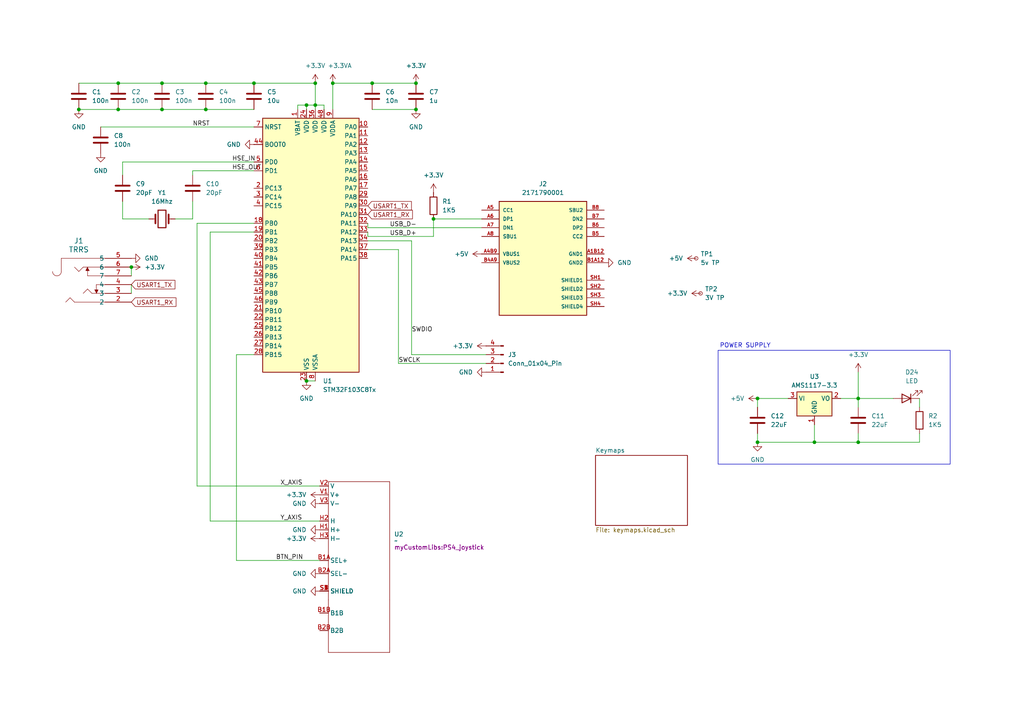
<source format=kicad_sch>
(kicad_sch (version 20231120) (generator "eeschema") (generator_version "8.0")
  (paper "A4")
  (lib_symbols
    (symbol "2024-10-08_17-42-46:PJ-342B-TX-SMT" (pin_names (offset 0.254))
      (property "Reference" "J" (at -10.16 7.62 0))
      (property "Value" "PJ-342B-TX-SMT" (at -10.16 5.08 0))
      (symbol "PJ-342B-TX-SMT_0_1"
        (arc (start -22.86 -3.81) (mid -21.59 -5.0744) (end -20.32 -3.81) (stroke (width 0.127)))
        (polyline (pts (xy -20.32 0) (xy -20.32 -3.81)) (stroke (width 0.127)))
        (polyline (pts (xy -17.78 -11.43) (xy -19.05 -12.7)) (stroke (width 0.127)))
        (polyline (pts (xy -16.51 -12.7) (xy -17.78 -11.43)) (stroke (width 0.127)))
        (polyline (pts (xy -15.24 -3.81) (xy -16.51 -2.54)) (stroke (width 0.127)))
        (polyline (pts (xy -13.97 -2.54) (xy -15.24 -3.81)) (stroke (width 0.127)))
        (polyline (pts (xy -12.7 -8.89) (xy -13.97 -10.16)) (stroke (width 0.127)))
        (polyline (pts (xy -12.7 -5.08) (xy -7.62 -5.08)) (stroke (width 0.127)))
        (polyline (pts (xy -12.7 -3.556) (xy -12.7 -5.08)) (stroke (width 0.127)))
        (polyline (pts (xy -11.43 -10.16) (xy -12.7 -8.89)) (stroke (width 0.127)))
        (polyline (pts (xy -10.16 -9.144) (xy -10.16 -7.62)) (stroke (width 0.127)))
        (polyline (pts (xy -10.16 -7.62) (xy -7.62 -7.62)) (stroke (width 0.127)))
        (polyline (pts (xy -7.62 -12.7) (xy -16.51 -12.7)) (stroke (width 0.127)))
        (polyline (pts (xy -7.62 -10.16) (xy -11.43 -10.16)) (stroke (width 0.127)))
        (polyline (pts (xy -7.62 -2.54) (xy -13.97 -2.54)) (stroke (width 0.127)))
        (polyline (pts (xy -7.62 0) (xy -20.32 0)) (stroke (width 0.127)))
        (polyline (pts (xy -12.7 -2.54) (xy -13.208 -3.556) (xy -12.192 -3.556)) (fill (type outline)))
        (polyline (pts (xy -10.16 -10.16) (xy -9.652 -9.144) (xy -10.668 -9.144)) (fill (type outline)))
        (pin unspecified line (at 0 -12.7 180) (length 7.62) (name "2") (number "2"))
        (pin unspecified line (at 0 -10.16 180) (length 7.62) (name "3") (number "3"))
        (pin unspecified line (at 0 -7.62 180) (length 7.62) (name "4") (number "4"))
        (pin unspecified line (at 0 0 180) (length 7.62) (name "5") (number "5"))
        (pin unspecified line (at 0 -2.54 180) (length 7.62) (name "6") (number "6"))
        (pin unspecified line (at 0 -5.08 180) (length 7.62) (name "7") (number "7"))
      )
    )
    (symbol "Connector:Conn_01x04_Pin" (pin_names (offset 1.016) hide)
      (property "Reference" "J" (at 0 5.08 0))
      (property "Value" "Conn_01x04_Pin" (at 0 -7.62 0))
      (symbol "Conn_01x04_Pin_1_1"
        (polyline (pts (xy 1.27 -5.08) (xy 0.8636 -5.08)) (stroke (width 0.1524)))
        (polyline (pts (xy 1.27 -2.54) (xy 0.8636 -2.54)) (stroke (width 0.1524)))
        (polyline (pts (xy 1.27 0) (xy 0.8636 0)) (stroke (width 0.1524)))
        (polyline (pts (xy 1.27 2.54) (xy 0.8636 2.54)) (stroke (width 0.1524)))
        (rectangle (start 0.8636 -4.953) (end 0 -5.207) (stroke (width 0.1524)) (fill (type outline)))
        (rectangle (start 0.8636 -2.413) (end 0 -2.667) (stroke (width 0.1524)) (fill (type outline)))
        (rectangle (start 0.8636 0.127) (end 0 -0.127) (stroke (width 0.1524)) (fill (type outline)))
        (rectangle (start 0.8636 2.667) (end 0 2.413) (stroke (width 0.1524)) (fill (type outline)))
        (pin passive line (at 5.08 2.54 180) (length 3.81) (name "Pin_1") (number "1"))
        (pin passive line (at 5.08 0 180) (length 3.81) (name "Pin_2") (number "2"))
        (pin passive line (at 5.08 -2.54 180) (length 3.81) (name "Pin_3") (number "3"))
        (pin passive line (at 5.08 -5.08 180) (length 3.81) (name "Pin_4") (number "4"))
      )
    )
    (symbol "Connector:TestPoint_Small" (pin_numbers hide) (pin_names (offset 0.762) hide)
      (property "Reference" "TP" (at 0 3.81 0))
      (property "Value" "TestPoint_Small" (at 0 2.032 0))
      (symbol "TestPoint_Small_0_1"
        (circle (center 0 0) (radius 0.508))
      )
      (symbol "TestPoint_Small_1_1"
        (pin passive line (at 0 0 90) (length 0) (name "1") (number "1"))
      )
    )
    (symbol "Device:C" (pin_numbers hide) (pin_names (offset 0.254))
      (property "Reference" "C" (at 0.635 2.54 0))
      (property "Value" "C" (at 0.635 -2.54 0))
      (symbol "C_0_1"
        (polyline (pts (xy -2.032 -0.762) (xy 2.032 -0.762)) (stroke (width 0.508)))
        (polyline (pts (xy -2.032 0.762) (xy 2.032 0.762)) (stroke (width 0.508)))
      )
      (symbol "C_1_1"
        (pin passive line (at 0 3.81 270) (length 2.794) (name "~") (number "1"))
        (pin passive line (at 0 -3.81 90) (length 2.794) (name "~") (number "2"))
      )
    )
    (symbol "Device:Crystal" (pin_numbers hide) (pin_names (offset 1.016) hide)
      (property "Reference" "Y" (at 0 3.81 0))
      (property "Value" "Crystal" (at 0 -3.81 0))
      (symbol "Crystal_0_1"
        (rectangle (start -1.143 2.54) (end 1.143 -2.54) (stroke (width 0.3048)))
        (polyline (pts (xy -2.54 0) (xy -1.905 0)))
        (polyline (pts (xy -1.905 -1.27) (xy -1.905 1.27)) (stroke (width 0.508)))
        (polyline (pts (xy 1.905 -1.27) (xy 1.905 1.27)) (stroke (width 0.508)))
        (polyline (pts (xy 2.54 0) (xy 1.905 0)))
      )
      (symbol "Crystal_1_1"
        (pin passive line (at -3.81 0 0) (length 1.27) (name "1") (number "1"))
        (pin passive line (at 3.81 0 180) (length 1.27) (name "2") (number "2"))
      )
    )
    (symbol "Device:LED" (pin_numbers hide) (pin_names (offset 1.016) hide)
      (property "Reference" "D" (at 0 2.54 0))
      (property "Value" "LED" (at 0 -2.54 0))
      (symbol "LED_0_1"
        (polyline (pts (xy -1.27 -1.27) (xy -1.27 1.27)) (stroke (width 0.254)))
        (polyline (pts (xy -1.27 0) (xy 1.27 0)))
        (polyline (pts (xy 1.27 -1.27) (xy 1.27 1.27) (xy -1.27 0) (xy 1.27 -1.27)) (stroke (width 0.254)))
        (polyline (pts (xy -3.048 -0.762) (xy -4.572 -2.286) (xy -3.81 -2.286) (xy -4.572 -2.286) (xy -4.572 -1.524)))
        (polyline (pts (xy -1.778 -0.762) (xy -3.302 -2.286) (xy -2.54 -2.286) (xy -3.302 -2.286) (xy -3.302 -1.524)))
      )
      (symbol "LED_1_1"
        (pin passive line (at -3.81 0 0) (length 2.54) (name "K") (number "1"))
        (pin passive line (at 3.81 0 180) (length 2.54) (name "A") (number "2"))
      )
    )
    (symbol "Device:R" (pin_numbers hide) (pin_names (offset 0))
      (property "Reference" "R" (at 2.032 0 90))
      (property "Value" "R" (at 0 0 90))
      (symbol "R_0_1"
        (rectangle (start -1.016 -2.54) (end 1.016 2.54) (stroke (width 0.254)))
      )
      (symbol "R_1_1"
        (pin passive line (at 0 3.81 270) (length 1.27) (name "~") (number "1"))
        (pin passive line (at 0 -3.81 90) (length 1.27) (name "~") (number "2"))
      )
    )
    (symbol "MCU_ST_STM32F1:STM32F103C8Tx"
      (property "Reference" "U" (at -12.7 39.37 0))
      (property "Value" "STM32F103C8Tx" (at 10.16 39.37 0))
      (symbol "STM32F103C8Tx_0_1"
        (rectangle (start -12.7 -35.56) (end 15.24 38.1) (stroke (width 0.254)) (fill (type background)))
      )
      (symbol "STM32F103C8Tx_1_1"
        (pin power_in line (at -2.54 40.64 270) (length 2.54) (name "VBAT") (number "1"))
        (pin bidirectional line (at 17.78 35.56 180) (length 2.54) (name "PA0") (number "10"))
        (pin bidirectional line (at 17.78 33.02 180) (length 2.54) (name "PA1") (number "11"))
        (pin bidirectional line (at 17.78 30.48 180) (length 2.54) (name "PA2") (number "12"))
        (pin bidirectional line (at 17.78 27.94 180) (length 2.54) (name "PA3") (number "13"))
        (pin bidirectional line (at 17.78 25.4 180) (length 2.54) (name "PA4") (number "14"))
        (pin bidirectional line (at 17.78 22.86 180) (length 2.54) (name "PA5") (number "15"))
        (pin bidirectional line (at 17.78 20.32 180) (length 2.54) (name "PA6") (number "16"))
        (pin bidirectional line (at 17.78 17.78 180) (length 2.54) (name "PA7") (number "17"))
        (pin bidirectional line (at -15.24 7.62 0) (length 2.54) (name "PB0") (number "18"))
        (pin bidirectional line (at -15.24 5.08 0) (length 2.54) (name "PB1") (number "19"))
        (pin bidirectional line (at -15.24 17.78 0) (length 2.54) (name "PC13") (number "2"))
        (pin bidirectional line (at -15.24 2.54 0) (length 2.54) (name "PB2") (number "20"))
        (pin bidirectional line (at -15.24 -17.78 0) (length 2.54) (name "PB10") (number "21"))
        (pin bidirectional line (at -15.24 -20.32 0) (length 2.54) (name "PB11") (number "22"))
        (pin power_in line (at 0 -38.1 90) (length 2.54) (name "VSS") (number "23"))
        (pin power_in line (at 0 40.64 270) (length 2.54) (name "VDD") (number "24"))
        (pin bidirectional line (at -15.24 -22.86 0) (length 2.54) (name "PB12") (number "25"))
        (pin bidirectional line (at -15.24 -25.4 0) (length 2.54) (name "PB13") (number "26"))
        (pin bidirectional line (at -15.24 -27.94 0) (length 2.54) (name "PB14") (number "27"))
        (pin bidirectional line (at -15.24 -30.48 0) (length 2.54) (name "PB15") (number "28"))
        (pin bidirectional line (at 17.78 15.24 180) (length 2.54) (name "PA8") (number "29"))
        (pin bidirectional line (at -15.24 15.24 0) (length 2.54) (name "PC14") (number "3"))
        (pin bidirectional line (at 17.78 12.7 180) (length 2.54) (name "PA9") (number "30"))
        (pin bidirectional line (at 17.78 10.16 180) (length 2.54) (name "PA10") (number "31"))
        (pin bidirectional line (at 17.78 7.62 180) (length 2.54) (name "PA11") (number "32"))
        (pin bidirectional line (at 17.78 5.08 180) (length 2.54) (name "PA12") (number "33"))
        (pin bidirectional line (at 17.78 2.54 180) (length 2.54) (name "PA13") (number "34"))
        (pin passive line (at 0 -38.1 90) (length 2.54) hide (name "VSS") (number "35"))
        (pin power_in line (at 2.54 40.64 270) (length 2.54) (name "VDD") (number "36"))
        (pin bidirectional line (at 17.78 0 180) (length 2.54) (name "PA14") (number "37"))
        (pin bidirectional line (at 17.78 -2.54 180) (length 2.54) (name "PA15") (number "38"))
        (pin bidirectional line (at -15.24 0 0) (length 2.54) (name "PB3") (number "39"))
        (pin bidirectional line (at -15.24 12.7 0) (length 2.54) (name "PC15") (number "4"))
        (pin bidirectional line (at -15.24 -2.54 0) (length 2.54) (name "PB4") (number "40"))
        (pin bidirectional line (at -15.24 -5.08 0) (length 2.54) (name "PB5") (number "41"))
        (pin bidirectional line (at -15.24 -7.62 0) (length 2.54) (name "PB6") (number "42"))
        (pin bidirectional line (at -15.24 -10.16 0) (length 2.54) (name "PB7") (number "43"))
        (pin input line (at -15.24 30.48 0) (length 2.54) (name "BOOT0") (number "44"))
        (pin bidirectional line (at -15.24 -12.7 0) (length 2.54) (name "PB8") (number "45"))
        (pin bidirectional line (at -15.24 -15.24 0) (length 2.54) (name "PB9") (number "46"))
        (pin passive line (at 0 -38.1 90) (length 2.54) hide (name "VSS") (number "47"))
        (pin power_in line (at 5.08 40.64 270) (length 2.54) (name "VDD") (number "48"))
        (pin bidirectional line (at -15.24 25.4 0) (length 2.54) (name "PD0") (number "5"))
        (pin bidirectional line (at -15.24 22.86 0) (length 2.54) (name "PD1") (number "6"))
        (pin input line (at -15.24 35.56 0) (length 2.54) (name "NRST") (number "7"))
        (pin power_in line (at 2.54 -38.1 90) (length 2.54) (name "VSSA") (number "8"))
        (pin power_in line (at 7.62 40.64 270) (length 2.54) (name "VDDA") (number "9"))
      )
    )
    (symbol "Regulator_Linear:AMS1117-3.3"
      (property "Reference" "U" (at -3.81 3.175 0))
      (property "Value" "AMS1117-3.3" (at 0 3.175 0))
      (symbol "AMS1117-3.3_0_1"
        (rectangle (start -5.08 -5.08) (end 5.08 1.905) (stroke (width 0.254)) (fill (type background)))
      )
      (symbol "AMS1117-3.3_1_1"
        (pin power_in line (at 0 -7.62 90) (length 2.54) (name "GND") (number "1"))
        (pin power_out line (at 7.62 0 180) (length 2.54) (name "VO") (number "2"))
        (pin power_in line (at -7.62 0 0) (length 2.54) (name "VI") (number "3"))
      )
    )
    (symbol "myCustomLibs:2171790001" (pin_names (offset 1.016))
      (property "Reference" "J" (at -12.7 16.002 0))
      (property "Value" "2171790001" (at -12.7 -18.542 0))
      (symbol "2171790001_0_0"
        (rectangle (start -12.7 15.24) (end 12.7 -17.78) (stroke (width 0.254)) (fill (type background)))
        (pin power_in line (at 17.78 0 180) (length 5.08) (name "GND1") (number "A1B12"))
        (pin power_in line (at -17.78 0 0) (length 5.08) (name "VBUS1") (number "A4B9"))
        (pin bidirectional line (at -17.78 12.7 0) (length 5.08) (name "CC1") (number "A5"))
        (pin bidirectional line (at -17.78 10.16 0) (length 5.08) (name "DP1") (number "A6"))
        (pin bidirectional line (at -17.78 7.62 0) (length 5.08) (name "DN1") (number "A7"))
        (pin bidirectional line (at -17.78 5.08 0) (length 5.08) (name "SBU1") (number "A8"))
        (pin power_in line (at 17.78 -2.54 180) (length 5.08) (name "GND2") (number "B1A12"))
        (pin power_in line (at -17.78 -2.54 0) (length 5.08) (name "VBUS2") (number "B4A9"))
        (pin bidirectional line (at 17.78 5.08 180) (length 5.08) (name "CC2") (number "B5"))
        (pin bidirectional line (at 17.78 7.62 180) (length 5.08) (name "DP2") (number "B6"))
        (pin bidirectional line (at 17.78 10.16 180) (length 5.08) (name "DN2") (number "B7"))
        (pin bidirectional line (at 17.78 12.7 180) (length 5.08) (name "SBU2") (number "B8"))
        (pin passive line (at 17.78 -7.62 180) (length 5.08) (name "SHIELD1") (number "SH1"))
        (pin passive line (at 17.78 -10.16 180) (length 5.08) (name "SHIELD2") (number "SH2"))
        (pin passive line (at 17.78 -12.7 180) (length 5.08) (name "SHIELD3") (number "SH3"))
        (pin passive line (at 17.78 -15.24 180) (length 5.08) (name "SHIELD4") (number "SH4"))
      )
    )
    (symbol "myCustomLibs:PS4_JOYSTICK"
      (property "Reference" "U2" (at 10.16 1.2701 0))
      (property "Value" "~" (at 10.16 -0.635 0))
      (property "Footprint" "myCustomLibs:PS4_joystick" (at 10.16 -2.5399 0))
      (symbol "PS4_JOYSTICK_0_1"
        (rectangle (start -8.89 -33.02) (end 8.89 -33.02))
        (rectangle (start -8.89 -17.78) (end -8.89 -33.02))
        (rectangle (start -8.89 -13.97) (end -8.89 -17.78))
        (rectangle (start -8.89 -6.35) (end -8.89 -13.97))
        (rectangle (start -8.89 5.08) (end -8.89 -6.35))
        (rectangle (start -8.89 5.08) (end -8.89 16.51))
        (rectangle (start -8.89 16.51) (end 8.89 16.51))
        (rectangle (start 8.89 -31.75) (end 8.89 -33.02))
        (rectangle (start 8.89 -17.78) (end 8.89 -31.75))
        (rectangle (start 8.89 16.51) (end 8.89 -17.78))
      )
      (symbol "PS4_JOYSTICK_1_1"
        (pin input line (at -11.43 -6.35 0) (length 2.54) (name "SEL+") (number "B1A"))
        (pin input line (at -11.43 -21.59 0) (length 2.54) (name "B1B") (number "B1B"))
        (pin input line (at -11.43 -10.16 0) (length 2.54) (name "SEL-") (number "B2A"))
        (pin input line (at -11.43 -26.67 0) (length 2.54) (name "B2B") (number "B2B"))
        (pin input line (at -11.43 2.54 0) (length 2.54) (name "H+") (number "H1"))
        (pin input line (at -11.43 5.08 0) (length 2.54) (name "H") (number "H2"))
        (pin input line (at -11.43 0 0) (length 2.54) (name "H-") (number "H3"))
        (pin input line (at -11.43 -15.24 0) (length 2.54) (name "SHIELD") (number "S1"))
        (pin input line (at -11.43 -15.24 0) (length 2.54) (name "SHIELD") (number "S2"))
        (pin input line (at -11.43 -15.24 0) (length 2.54) (name "SHIELD") (number "S3"))
        (pin input line (at -11.43 -15.24 0) (length 2.54) (name "SHIELD") (number "S4"))
        (pin input line (at -11.43 12.7 0) (length 2.54) (name "V+") (number "V1"))
        (pin input line (at -11.43 15.24 0) (length 2.54) (name "V") (number "V2"))
        (pin input line (at -11.43 10.16 0) (length 2.54) (name "V-") (number "V3"))
      )
    )
    (symbol "power:+3.3V" (power) (pin_numbers hide) (pin_names (offset 0) hide)
      (property "Value" "+3.3V" (at 0 3.556 0))
      (symbol "+3.3V_0_1"
        (polyline (pts (xy -0.762 1.27) (xy 0 2.54)))
        (polyline (pts (xy 0 0) (xy 0 2.54)))
        (polyline (pts (xy 0 2.54) (xy 0.762 1.27)))
      )
      (symbol "+3.3V_1_1"
        (pin power_in line (at 0 0 90) (length 0) (name "~") (number "1"))
      )
    )
    (symbol "power:+3.3VA" (power) (pin_numbers hide) (pin_names (offset 0) hide)
      (property "Value" "+3.3VA" (at 0 3.556 0))
      (symbol "+3.3VA_0_1"
        (polyline (pts (xy -0.762 1.27) (xy 0 2.54)))
        (polyline (pts (xy 0 0) (xy 0 2.54)))
        (polyline (pts (xy 0 2.54) (xy 0.762 1.27)))
      )
      (symbol "+3.3VA_1_1"
        (pin power_in line (at 0 0 90) (length 0) (name "~") (number "1"))
      )
    )
    (symbol "power:+5V" (power) (pin_numbers hide) (pin_names (offset 0) hide)
      (property "Value" "+5V" (at 0 3.556 0))
      (symbol "+5V_0_1"
        (polyline (pts (xy -0.762 1.27) (xy 0 2.54)))
        (polyline (pts (xy 0 0) (xy 0 2.54)))
        (polyline (pts (xy 0 2.54) (xy 0.762 1.27)))
      )
      (symbol "+5V_1_1"
        (pin power_in line (at 0 0 90) (length 0) (name "~") (number "1"))
      )
    )
    (symbol "power:GND" (power) (pin_numbers hide) (pin_names (offset 0) hide)
      (property "Value" "GND" (at 0 -3.81 0))
      (symbol "GND_0_1"
        (polyline (pts (xy 0 0) (xy 0 -1.27) (xy 1.27 -1.27) (xy 0 -2.54) (xy -1.27 -1.27) (xy 0 -1.27)))
      )
      (symbol "GND_1_1"
        (pin power_in line (at 0 0 270) (length 0) (name "~") (number "1"))
      )
    )
  )
  (junction (at 38.1 77.47))
  (junction (at 91.44 24.13))
  (junction (at 73.66 24.13))
  (junction (at 219.71 115.57))
  (junction (at 96.52 24.13))
  (junction (at 88.9 30.48))
  (junction (at 120.65 24.13))
  (junction (at 59.69 31.75))
  (junction (at 59.69 24.13))
  (junction (at 88.9 110.49))
  (junction (at 107.95 24.13))
  (junction (at 34.29 31.75))
  (junction (at 46.99 31.75))
  (junction (at 46.99 24.13))
  (junction (at 34.29 24.13))
  (junction (at 22.86 31.75))
  (junction (at 91.44 30.48))
  (junction (at 120.65 31.75))
  (junction (at 236.22 128.27))
  (junction (at 248.92 115.57))
  (junction (at 125.73 63.5))
  (junction (at 219.71 128.27))
  (junction (at 248.92 128.27))
  (wire (pts (xy 96.52 24.13) (xy 96.52 31.75)))
  (wire (pts (xy 248.92 125.73) (xy 248.92 128.27)))
  (wire (pts (xy 57.15 64.77) (xy 57.15 140.97)))
  (wire (pts (xy 73.66 102.87) (xy 68.58 102.87)))
  (wire (pts (xy 68.58 162.56) (xy 92.71 162.56)))
  (wire (pts (xy 248.92 115.57) (xy 259.08 115.57)))
  (wire (pts (xy 22.86 24.13) (xy 34.29 24.13)))
  (wire (pts (xy 219.71 118.11) (xy 219.71 115.57)))
  (wire (pts (xy 57.15 64.77) (xy 73.66 64.77)))
  (wire (pts (xy 34.29 24.13) (xy 46.99 24.13)))
  (wire (pts (xy 29.21 36.83) (xy 73.66 36.83)))
  (wire (pts (xy 55.88 63.5) (xy 50.8 63.5)))
  (wire (pts (xy 46.99 31.75) (xy 59.69 31.75)))
  (wire (pts (xy 219.71 115.57) (xy 228.6 115.57)))
  (wire (pts (xy 86.36 30.48) (xy 86.36 31.75)))
  (wire (pts (xy 107.95 24.13) (xy 120.65 24.13)))
  (wire (pts (xy 248.92 118.11) (xy 248.92 115.57)))
  (wire (pts (xy 88.9 30.48) (xy 86.36 30.48)))
  (wire (pts (xy 68.58 102.87) (xy 68.58 162.56)))
  (wire (pts (xy 248.92 107.95) (xy 248.92 115.57)))
  (wire (pts (xy 46.99 24.13) (xy 59.69 24.13)))
  (wire (pts (xy 119.38 69.85) (xy 119.38 102.87)))
  (wire (pts (xy 22.86 31.75) (xy 34.29 31.75)))
  (wire (pts (xy 60.96 151.13) (xy 92.71 151.13)))
  (wire (pts (xy 55.88 58.42) (xy 55.88 63.5)))
  (wire (pts (xy 266.7 128.27) (xy 248.92 128.27)))
  (wire (pts (xy 59.69 24.13) (xy 73.66 24.13)))
  (wire (pts (xy 106.68 68.58) (xy 106.68 67.31)))
  (wire (pts (xy 91.44 30.48) (xy 91.44 31.75)))
  (wire (pts (xy 55.88 49.53) (xy 55.88 50.8)))
  (wire (pts (xy 57.15 140.97) (xy 92.71 140.97)))
  (wire (pts (xy 248.92 115.57) (xy 243.84 115.57)))
  (wire (pts (xy 35.56 46.99) (xy 35.56 50.8)))
  (wire (pts (xy 119.38 102.87) (xy 140.97 102.87)))
  (wire (pts (xy 88.9 110.49) (xy 91.44 110.49)))
  (wire (pts (xy 38.1 77.47) (xy 38.1 80.01)))
  (wire (pts (xy 35.56 58.42) (xy 35.56 63.5)))
  (wire (pts (xy 125.73 68.58) (xy 125.73 63.5)))
  (wire (pts (xy 106.68 68.58) (xy 125.73 68.58)))
  (wire (pts (xy 106.68 66.04) (xy 139.7 66.04)))
  (wire (pts (xy 115.57 105.41) (xy 140.97 105.41)))
  (wire (pts (xy 91.44 30.48) (xy 93.98 30.48)))
  (wire (pts (xy 34.29 31.75) (xy 46.99 31.75)))
  (wire (pts (xy 35.56 46.99) (xy 73.66 46.99)))
  (wire (pts (xy 55.88 49.53) (xy 73.66 49.53)))
  (wire (pts (xy 236.22 123.19) (xy 236.22 128.27)))
  (wire (pts (xy 106.68 66.04) (xy 106.68 64.77)))
  (wire (pts (xy 107.95 31.75) (xy 120.65 31.75)))
  (wire (pts (xy 106.68 69.85) (xy 119.38 69.85)))
  (wire (pts (xy 91.44 24.13) (xy 73.66 24.13)))
  (wire (pts (xy 125.73 63.5) (xy 139.7 63.5)))
  (wire (pts (xy 38.1 82.55) (xy 38.1 85.09)))
  (wire (pts (xy 266.7 125.73) (xy 266.7 128.27)))
  (wire (pts (xy 91.44 24.13) (xy 91.44 30.48)))
  (wire (pts (xy 106.68 72.39) (xy 115.57 72.39)))
  (wire (pts (xy 236.22 128.27) (xy 248.92 128.27)))
  (wire (pts (xy 219.71 125.73) (xy 219.71 128.27)))
  (wire (pts (xy 96.52 24.13) (xy 107.95 24.13)))
  (wire (pts (xy 115.57 72.39) (xy 115.57 105.41)))
  (wire (pts (xy 266.7 115.57) (xy 266.7 118.11)))
  (wire (pts (xy 59.69 31.75) (xy 73.66 31.75)))
  (wire (pts (xy 91.44 30.48) (xy 88.9 30.48)))
  (wire (pts (xy 219.71 128.27) (xy 236.22 128.27)))
  (wire (pts (xy 60.96 67.31) (xy 73.66 67.31)))
  (wire (pts (xy 93.98 30.48) (xy 93.98 31.75)))
  (wire (pts (xy 35.56 63.5) (xy 43.18 63.5)))
  (wire (pts (xy 60.96 151.13) (xy 60.96 67.31)))
  (wire (pts (xy 88.9 30.48) (xy 88.9 31.75)))
  (rectangle (start 208.28 101.6) (end 275.59 134.62))
  (text "POWER SUPPLY\n" (at 216.154 100.33 0) (effects (font (size 1.27 1.27))))
  (label "HSE_IN" (at 67.31 46.99 0))
  (label "HSE_OUT" (at 67.31 49.53 0))
  (label "SWDIO" (at 119.38 96.52 0))
  (label "X_AXIS" (at 81.28 140.97 0))
  (label "BTN_PIN" (at 80.01 162.56 0))
  (label "NRST" (at 55.88 36.83 0))
  (label "USB_D+" (at 113.03 68.58 0))
  (label "USB_D-" (at 113.03 66.04 0))
  (label "Y_AXIS" (at 81.28 151.13 0))
  (label "SWCLK" (at 115.57 105.41 0))
  (global_label "USART1_RX" (shape input) (at 38.1 87.63 0) (property "Intersheetrefs" "${INTERSHEET_REFS}" (effects (hide yes))))
  (global_label "USART1_RX" (shape input) (at 106.68 62.23 0) (property "Intersheetrefs" "${INTERSHEET_REFS}" (effects (hide yes))))
  (global_label "USART1_TX" (shape input) (at 106.68 59.69 0) (property "Intersheetrefs" "${INTERSHEET_REFS}" (effects (hide yes))))
  (global_label "USART1_TX" (shape input) (at 38.1 82.55 0) (property "Intersheetrefs" "${INTERSHEET_REFS}" (effects (hide yes))))
  (symbol (lib_id "Device:R") (at 125.73 59.69 0) (unit 1)
    (property "Reference" "R1" (at 128.27 58.4199 0) (effects (justify left)))
    (property "Value" "1K5" (at 128.27 60.9599 0) (effects (justify left)))
    (property "Description" "Resistor" (effects (hide yes)))
  )
  (symbol (lib_id "power:+3.3V") (at 125.73 55.88 0) (unit 1)
    (property "Reference" "#PWR016" (effects (hide yes)))
    (property "Value" "+3.3V" (at 125.73 50.8 0))
    (property "Description" "Power symbol creates a global label with name \"+3.3V\"" (effects (hide yes)))
  )
  (symbol (lib_id "power:+3.3V") (at 91.44 24.13 0) (unit 1)
    (property "Reference" "#PWR04" (effects (hide yes)))
    (property "Value" "+3.3V" (at 91.44 19.05 0))
    (property "Description" "Power symbol creates a global label with name \"+3.3V\"" (effects (hide yes)))
  )
  (symbol (lib_id "Device:C") (at 29.21 40.64 0) (unit 1)
    (property "Reference" "C8" (at 33.02 39.3699 0) (effects (justify left)))
    (property "Value" "100n" (at 33.02 41.9099 0) (effects (justify left)))
    (property "Description" "Unpolarized capacitor" (effects (hide yes)))
  )
  (symbol (lib_id "power:+5V") (at 139.7 73.66 90) (unit 1)
    (property "Reference" "#PWR03" (effects (hide yes)))
    (property "Value" "+5V" (at 135.89 73.6599 90) (effects (justify left)))
    (property "Description" "Power symbol creates a global label with name \"+5V\"" (effects (hide yes)))
  )
  (symbol (lib_id "Device:C") (at 107.95 27.94 0) (unit 1)
    (property "Reference" "C6" (at 111.76 26.6699 0) (effects (justify left)))
    (property "Value" "10n" (at 111.76 29.2099 0) (effects (justify left)))
    (property "Description" "Unpolarized capacitor" (effects (hide yes)))
  )
  (symbol (lib_id "Device:C") (at 35.56 54.61 0) (unit 1)
    (property "Reference" "C9" (at 39.37 53.3399 0) (effects (justify left)))
    (property "Value" "20pF" (at 39.37 55.8799 0) (effects (justify left)))
    (property "Description" "Unpolarized capacitor" (effects (hide yes)))
  )
  (symbol (lib_id "Device:R") (at 266.7 121.92 0) (unit 1)
    (property "Reference" "R2" (at 269.24 120.6499 0) (effects (justify left)))
    (property "Value" "1K5" (at 269.24 123.1899 0) (effects (justify left)))
    (property "Description" "Resistor" (effects (hide yes)))
  )
  (symbol (lib_id "Device:C") (at 22.86 27.94 0) (unit 1)
    (property "Reference" "C1" (at 26.67 26.6699 0) (effects (justify left)))
    (property "Value" "100n" (at 26.67 29.2099 0) (effects (justify left)))
    (property "Description" "Unpolarized capacitor" (effects (hide yes)))
  )
  (symbol (lib_id "power:+3.3V") (at 92.71 143.51 90) (unit 1)
    (property "Reference" "#PWR022" (effects (hide yes)))
    (property "Value" "+3.3V" (at 88.9 143.5099 90) (effects (justify left)))
    (property "Description" "Power symbol creates a global label with name \"+3.3V\"" (effects (hide yes)))
  )
  (symbol (lib_id "power:+3.3V") (at 203.2 85.09 90) (unit 1)
    (property "Reference" "#PWR013" (effects (hide yes)))
    (property "Value" "+3.3V" (at 199.39 85.0899 90) (effects (justify left)))
    (property "Description" "Power symbol creates a global label with name \"+3.3V\"" (effects (hide yes)))
  )
  (symbol (lib_id "Device:C") (at 219.71 121.92 180) (unit 1)
    (property "Reference" "C12" (at 223.52 120.6499 0) (effects (justify right)))
    (property "Value" "22uF" (at 223.52 123.1899 0) (effects (justify right)))
    (property "Description" "Unpolarized capacitor" (effects (hide yes)))
  )
  (symbol (lib_id "power:GND") (at 140.97 107.95 270) (unit 1)
    (property "Reference" "#PWR018" (effects (hide yes)))
    (property "Value" "GND" (at 137.16 107.9499 90) (effects (justify right)))
    (property "Description" "Power symbol creates a global label with name \"GND\" , ground" (effects (hide yes)))
  )
  (symbol (lib_id "Device:Crystal") (at 46.99 63.5 0) (unit 1)
    (property "Reference" "Y1" (at 46.99 55.88 0))
    (property "Value" "16Mhz" (at 46.99 58.42 0))
    (property "Description" "Two pin crystal" (effects (hide yes)))
  )
  (symbol (lib_id "Connector:Conn_01x04_Pin") (at 146.05 105.41 180) (unit 1)
    (property "Reference" "J3" (at 147.32 102.8699 0) (effects (justify right)))
    (property "Value" "Conn_01x04_Pin" (at 147.32 105.4099 0) (effects (justify right)))
    (property "Footprint" "Connector_JST:JST_XH_B4B-XH-A_1x04_P2.50mm_Vertical" (effects (hide yes)))
    (property "Description" "Generic connector, single row, 01x04, script generated" (effects (hide yes)))
  )
  (symbol (lib_id "power:GND") (at 175.26 76.2 90) (unit 1)
    (property "Reference" "#PWR01" (effects (hide yes)))
    (property "Value" "GND" (at 179.07 76.1999 90) (effects (justify right)))
    (property "Description" "Power symbol creates a global label with name \"GND\" , ground" (effects (hide yes)))
  )
  (symbol (lib_id "Device:C") (at 73.66 27.94 0) (unit 1)
    (property "Reference" "C5" (at 77.47 26.6699 0) (effects (justify left)))
    (property "Value" "10u" (at 77.47 29.2099 0) (effects (justify left)))
    (property "Description" "Unpolarized capacitor" (effects (hide yes)))
  )
  (symbol (lib_id "Device:C") (at 34.29 27.94 0) (unit 1)
    (property "Reference" "C2" (at 38.1 26.6699 0) (effects (justify left)))
    (property "Value" "100n" (at 38.1 29.2099 0) (effects (justify left)))
    (property "Description" "Unpolarized capacitor" (effects (hide yes)))
  )
  (symbol (lib_id "myCustomLibs:2171790001") (at 157.48 73.66 0) (unit 1)
    (property "Reference" "J2" (at 157.48 53.34 0))
    (property "Value" "2171790001" (at 157.48 55.88 0))
    (property "Footprint" "myCustomLibs:MOLEX_2171790001" (effects (hide yes)))
    (property "MF" "Molex" (effects (hide yes)))
    (property "MAXIMUM_PACKAGE_HEIGHT" "3.16 mm" (effects (hide yes)))
    (property "Package" "None" (effects (hide yes)))
    (property "Price" "None" (effects (hide yes)))
    (property "Check_prices" "https://www.snapeda.com/parts/217179-0001/Molex/view-part/?ref=eda" (effects (hide yes)))
    (property "STANDARD" "Manufacturer Recommendations" (effects (hide yes)))
    (property "PARTREV" "A1" (effects (hide yes)))
    (property "SnapEDA_Link" "https://www.snapeda.com/parts/217179-0001/Molex/view-part/?ref=snap" (effects (hide yes)))
    (property "MP" "217179-0001" (effects (hide yes)))
    (property "Purchase-URL" "https://www.snapeda.com/api/url_track_click_mouser/?unipart_id=5817784&manufacturer=Molex&part_name=217179-0001&search_term=usb c 2.0 16 pin" (effects (hide yes)))
    (property "Description_1" "\nUSB Type C - Connector, Top-mount SMT, 16pos | Molex Incorporated 217179-0001\n" (effects (hide yes)))
    (property "Availability" "In Stock" (effects (hide yes)))
    (property "MANUFACTURER" "Molex" (effects (hide yes)))
  )
  (symbol (lib_id "power:+3.3V") (at 92.71 156.21 90) (unit 1)
    (property "Reference" "#PWR024" (effects (hide yes)))
    (property "Value" "+3.3V" (at 88.9 156.2099 90) (effects (justify left)))
    (property "Description" "Power symbol creates a global label with name \"+3.3V\"" (effects (hide yes)))
  )
  (symbol (lib_id "Device:LED") (at 262.89 115.57 180) (unit 1)
    (property "Reference" "D24" (at 264.4775 107.95 0))
    (property "Value" "LED" (at 264.4775 110.49 0))
    (property "Footprint" "LED_SMD:LED_0805_2012Metric" (effects (hide yes)))
    (property "Description" "Light emitting diode" (effects (hide yes)))
  )
  (symbol (lib_id "power:GND") (at 73.66 41.91 270) (unit 1)
    (property "Reference" "#PWR015" (effects (hide yes)))
    (property "Value" "GND" (at 69.85 41.9099 90) (effects (justify right)))
    (property "Description" "Power symbol creates a global label with name \"GND\" , ground" (effects (hide yes)))
  )
  (symbol (lib_id "power:GND") (at 92.71 146.05 270) (unit 1)
    (property "Reference" "#PWR019" (effects (hide yes)))
    (property "Value" "GND" (at 88.9 146.0499 90) (effects (justify right)))
    (property "Description" "Power symbol creates a global label with name \"GND\" , ground" (effects (hide yes)))
  )
  (symbol (lib_id "Device:C") (at 120.65 27.94 0) (unit 1)
    (property "Reference" "C7" (at 124.46 26.6699 0) (effects (justify left)))
    (property "Value" "1u" (at 124.46 29.2099 0) (effects (justify left)))
    (property "Description" "Unpolarized capacitor" (effects (hide yes)))
  )
  (symbol (lib_id "power:GND") (at 120.65 31.75 0) (unit 1)
    (property "Reference" "#PWR07" (effects (hide yes)))
    (property "Value" "GND" (at 120.65 36.83 0))
    (property "Description" "Power symbol creates a global label with name \"GND\" , ground" (effects (hide yes)))
  )
  (symbol (lib_id "power:GND") (at 88.9 110.49 0) (unit 1)
    (property "Reference" "#PWR02" (effects (hide yes)))
    (property "Value" "GND" (at 88.9 115.57 0))
    (property "Description" "Power symbol creates a global label with name \"GND\" , ground" (effects (hide yes)))
  )
  (symbol (lib_id "power:GND") (at 219.71 128.27 0) (unit 1)
    (property "Reference" "#PWR09" (effects (hide yes)))
    (property "Value" "GND" (at 219.71 133.35 0))
    (property "Description" "Power symbol creates a global label with name \"GND\" , ground" (effects (hide yes)))
  )
  (symbol (lib_id "power:GND") (at 38.1 74.93 90) (unit 1)
    (property "Reference" "#PWR025" (effects (hide yes)))
    (property "Value" "GND" (at 41.91 74.9299 90) (effects (justify right)))
    (property "Description" "Power symbol creates a global label with name \"GND\" , ground" (effects (hide yes)))
  )
  (symbol (lib_id "Device:C") (at 59.69 27.94 0) (unit 1)
    (property "Reference" "C4" (at 63.5 26.6699 0) (effects (justify left)))
    (property "Value" "100n" (at 63.5 29.2099 0) (effects (justify left)))
    (property "Description" "Unpolarized capacitor" (effects (hide yes)))
  )
  (symbol (lib_id "power:GND") (at 92.71 171.45 270) (unit 1)
    (property "Reference" "#PWR023" (effects (hide yes)))
    (property "Value" "GND" (at 88.9 171.4499 90) (effects (justify right)))
    (property "Description" "Power symbol creates a global label with name \"GND\" , ground" (effects (hide yes)))
  )
  (symbol (lib_id "power:GND") (at 92.71 166.37 270) (unit 1)
    (property "Reference" "#PWR021" (effects (hide yes)))
    (property "Value" "GND" (at 88.9 166.3699 90) (effects (justify right)))
    (property "Description" "Power symbol creates a global label with name \"GND\" , ground" (effects (hide yes)))
  )
  (symbol (lib_id "power:GND") (at 29.21 44.45 0) (unit 1)
    (property "Reference" "#PWR014" (effects (hide yes)))
    (property "Value" "GND" (at 29.21 49.53 0))
    (property "Description" "Power symbol creates a global label with name \"GND\" , ground" (effects (hide yes)))
  )
  (symbol (lib_id "power:+3.3V") (at 248.92 107.95 0) (unit 1)
    (property "Reference" "#PWR011" (effects (hide yes)))
    (property "Value" "+3.3V" (at 248.92 102.87 0))
    (property "Description" "Power symbol creates a global label with name \"+3.3V\"" (effects (hide yes)))
  )
  (symbol (lib_id "power:+3.3V") (at 38.1 77.47 270) (unit 1)
    (property "Reference" "#PWR026" (effects (hide yes)))
    (property "Value" "+3.3V" (at 41.91 77.4699 90) (effects (justify left)))
    (property "Description" "Power symbol creates a global label with name \"+3.3V\"" (effects (hide yes)))
  )
  (symbol (lib_id "Regulator_Linear:AMS1117-3.3") (at 236.22 115.57 0) (unit 1)
    (property "Reference" "U3" (at 236.22 109.22 0))
    (property "Value" "AMS1117-3.3" (at 236.22 111.76 0))
    (property "Footprint" "Package_TO_SOT_SMD:SOT-223-3_TabPin2" (effects (hide yes)))
    (property "Datasheet" "http://www.advanced-monolithic.com/pdf/ds1117.pdf" (effects (hide yes)))
    (property "Description" "1A Low Dropout regulator, positive, 3.3V fixed output, SOT-223" (effects (hide yes)))
  )
  (symbol (lib_id "Connector:TestPoint_Small") (at 201.93 74.93 0) (unit 1)
    (property "Reference" "TP1" (at 203.2 73.6599 0) (effects (justify left)))
    (property "Value" "5v TP" (at 203.2 76.1999 0) (effects (justify left)))
    (property "Footprint" "TestPoint:TestPoint_Pad_1.0x1.0mm" (effects (hide yes)))
    (property "Description" "test point" (effects (hide yes)))
  )
  (symbol (lib_id "2024-10-08_17-42-46:PJ-342B-TX-SMT") (at 38.1 74.93 0) (unit 1)
    (property "Reference" "J1" (at 22.86 69.85 0) (effects (font (size 1.524 1.524))))
    (property "Value" "TRRS" (at 22.86 72.39 0) (effects (font (size 1.524 1.524))))
    (property "Footprint" "footprints:PJ-342B-TX-SMT_XKB" (effects (hide yes)))
    (property "Datasheet" "PJ-342B-TX-SMT" (effects (hide yes)))
    (property "Description" "https://app.ultralibrarian.com/details/8aeca116-60aa-11ec-9033-0a34d6323d74/XKB-Connectivity/PJ-342B-TX-SMT?uid=120082120" (effects (hide yes)))
  )
  (symbol (lib_id "Device:C") (at 46.99 27.94 0) (unit 1)
    (property "Reference" "C3" (at 50.8 26.6699 0) (effects (justify left)))
    (property "Value" "100n" (at 50.8 29.2099 0) (effects (justify left)))
    (property "Description" "Unpolarized capacitor" (effects (hide yes)))
  )
  (symbol (lib_id "power:+5V") (at 219.71 115.57 90) (unit 1)
    (property "Reference" "#PWR010" (effects (hide yes)))
    (property "Value" "+5V" (at 215.9 115.5699 90) (effects (justify left)))
    (property "Description" "Power symbol creates a global label with name \"+5V\"" (effects (hide yes)))
  )
  (symbol (lib_id "Device:C") (at 55.88 54.61 0) (unit 1)
    (property "Reference" "C10" (at 59.69 53.3399 0) (effects (justify left)))
    (property "Value" "20pF" (at 59.69 55.8799 0) (effects (justify left)))
    (property "Description" "Unpolarized capacitor" (effects (hide yes)))
  )
  (symbol (lib_id "power:+5V") (at 201.93 74.93 90) (unit 1)
    (property "Reference" "#PWR012" (effects (hide yes)))
    (property "Value" "+5V" (at 198.12 74.9299 90) (effects (justify left)))
    (property "Description" "Power symbol creates a global label with name \"+5V\"" (effects (hide yes)))
  )
  (symbol (lib_id "power:+3.3V") (at 120.65 24.13 0) (unit 1)
    (property "Reference" "#PWR08" (effects (hide yes)))
    (property "Value" "+3.3V" (at 120.65 19.05 0))
    (property "Description" "Power symbol creates a global label with name \"+3.3V\"" (effects (hide yes)))
  )
  (symbol (lib_id "Connector:TestPoint_Small") (at 203.2 85.09 0) (unit 1)
    (property "Reference" "TP2" (at 204.47 83.8199 0) (effects (justify left)))
    (property "Value" "3V TP" (at 204.47 86.3599 0) (effects (justify left)))
    (property "Footprint" "TestPoint:TestPoint_Pad_1.0x1.0mm" (effects (hide yes)))
    (property "Description" "test point" (effects (hide yes)))
  )
  (symbol (lib_id "power:+3.3VA") (at 96.52 24.13 0) (unit 1)
    (property "Reference" "#PWR06" (effects (hide yes)))
    (property "Value" "+3.3VA" (at 98.552 19.05 0))
    (property "Description" "Power symbol creates a global label with name \"+3.3VA\"" (effects (hide yes)))
  )
  (symbol (lib_id "Device:C") (at 248.92 121.92 0) (unit 1)
    (property "Reference" "C11" (at 252.73 120.6499 0) (effects (justify left)))
    (property "Value" "22uF" (at 252.73 123.1899 0) (effects (justify left)))
    (property "Description" "Unpolarized capacitor" (effects (hide yes)))
  )
  (symbol (lib_id "MCU_ST_STM32F1:STM32F103C8Tx") (at 88.9 72.39 0) (unit 1)
    (property "Reference" "U1" (at 93.6341 110.49 0) (effects (justify left)))
    (property "Value" "STM32F103C8Tx" (at 93.6341 113.03 0) (effects (justify left)))
    (property "Footprint" "Package_QFP:LQFP-48_7x7mm_P0.5mm" (effects (hide yes)))
    (property "Datasheet" "https://www.st.com/resource/en/datasheet/stm32f103c8.pdf" (effects (hide yes)))
    (property "Description" "STMicroelectronics Arm Cortex-M3 MCU, 64KB flash, 20KB RAM, 72 MHz, 2.0-3.6V, 37 GPIO, LQFP48" (effects (hide yes)))
  )
  (symbol (lib_id "power:GND") (at 22.86 31.75 0) (unit 1)
    (property "Reference" "#PWR05" (effects (hide yes)))
    (property "Value" "GND" (at 22.86 36.83 0))
    (property "Description" "Power symbol creates a global label with name \"GND\" , ground" (effects (hide yes)))
  )
  (symbol (lib_id "power:GND") (at 92.71 153.67 270) (unit 1)
    (property "Reference" "#PWR020" (effects (hide yes)))
    (property "Value" "GND" (at 88.9 153.6699 90) (effects (justify right)))
    (property "Description" "Power symbol creates a global label with name \"GND\" , ground" (effects (hide yes)))
  )
  (symbol (lib_id "power:+3.3V") (at 140.97 100.33 90) (unit 1)
    (property "Reference" "#PWR017" (effects (hide yes)))
    (property "Value" "+3.3V" (at 137.16 100.3299 90) (effects (justify left)))
    (property "Description" "Power symbol creates a global label with name \"+3.3V\"" (effects (hide yes)))
  )
  (symbol (lib_id "myCustomLibs:PS4_JOYSTICK") (at 104.14 156.21 0) (unit 1)
    (property "Reference" "U2" (at 114.3 154.9399 0) (effects (justify left)))
    (property "Value" "~" (at 114.3 156.845 0) (effects (justify left)))
    (property "Footprint" "myCustomLibs:PS4_joystick" (at 114.3 158.7499 0) (effects (justify left)))
  )
  (sheet (at 172.72 132.08) (size 26.67 20.32) (stroke (width 0.1524))
    (property "Sheetname" "Keymaps" (at 172.72 131.3684 0) (effects (justify left bottom)))
    (property "Sheetfile" "keymaps.kicad_sch" (at 172.72 152.9846 0) (effects (justify left top)))
  )
)
</source>
